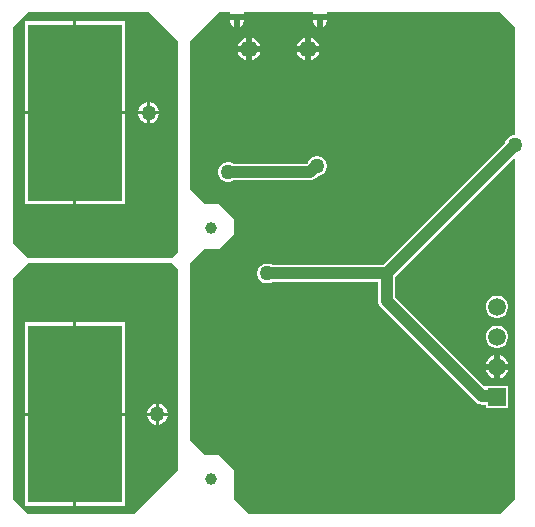
<source format=gbl>
G04*
G04 #@! TF.GenerationSoftware,Altium Limited,Altium Designer,21.0.9 (235)*
G04*
G04 Layer_Physical_Order=2*
G04 Layer_Color=16711680*
%FSLAX25Y25*%
%MOIN*%
G70*
G04*
G04 #@! TF.SameCoordinates,3F70F9B8-B395-4C3D-AA67-83CA4ED45D7C*
G04*
G04*
G04 #@! TF.FilePolarity,Positive*
G04*
G01*
G75*
%ADD25R,0.31496X0.59055*%
%ADD54C,0.03937*%
%ADD59R,0.05906X0.05906*%
%ADD60C,0.05906*%
%ADD61C,0.05709*%
%ADD62C,0.03937*%
%ADD63C,0.05000*%
G36*
X290354Y388779D02*
Y352710D01*
X289920D01*
X289081Y352485D01*
X288328Y352050D01*
X287714Y351436D01*
X287279Y350683D01*
X287133Y350137D01*
X246481Y309485D01*
X209637D01*
X209148Y309768D01*
X208309Y309993D01*
X207440D01*
X206600Y309768D01*
X205848Y309334D01*
X205233Y308719D01*
X204799Y307967D01*
X204574Y307127D01*
Y306259D01*
X204799Y305419D01*
X205233Y304667D01*
X205848Y304052D01*
X206600Y303618D01*
X207440Y303393D01*
X208309D01*
X209148Y303618D01*
X209637Y303901D01*
X244845D01*
Y297638D01*
X244940Y296915D01*
X245219Y296242D01*
X245663Y295663D01*
X277553Y263773D01*
X277553Y263773D01*
X278131Y263330D01*
X278805Y263051D01*
X279528Y262956D01*
X279528Y262956D01*
X280696D01*
Y261838D01*
X288202D01*
Y269343D01*
X280696D01*
Y269236D01*
X280196Y269028D01*
X250430Y298795D01*
Y305536D01*
X289892Y344999D01*
X290354Y344807D01*
Y231299D01*
X285433Y226378D01*
X201772D01*
X196850Y231299D01*
Y241142D01*
X191929Y246063D01*
X187008D01*
X182087Y250984D01*
Y310039D01*
X187008Y314961D01*
X191929D01*
X196850Y319882D01*
Y324803D01*
X191929Y329724D01*
X187008D01*
X182087Y334646D01*
Y383858D01*
X191929Y393701D01*
X195449D01*
X195611Y393504D01*
Y393126D01*
X197835D01*
X200059D01*
Y393504D01*
X200220Y393701D01*
X223008D01*
X223170Y393504D01*
Y393126D01*
X225394D01*
X227618D01*
Y393504D01*
X227779Y393701D01*
X285433D01*
X290354Y388779D01*
D02*
G37*
G36*
X168307Y393701D02*
X178150Y383858D01*
X178150Y313976D01*
X176181Y312008D01*
X127953D01*
X123031Y316929D01*
Y388779D01*
X127953Y393701D01*
X168307Y393701D01*
D02*
G37*
G36*
X178150Y308071D02*
X178150Y241142D01*
X163386Y226378D01*
X127953Y226378D01*
X123031Y231299D01*
Y305118D01*
X127953Y310039D01*
X176181D01*
X178150Y308071D01*
D02*
G37*
%LPC*%
G36*
X224394Y391126D02*
X223170D01*
Y390748D01*
X223339Y389897D01*
X223821Y389176D01*
X224394Y388793D01*
Y391126D01*
D02*
G37*
G36*
X196835Y391126D02*
X195611D01*
Y390748D01*
X195780Y389897D01*
X196262Y389176D01*
X196835Y388793D01*
Y391126D01*
D02*
G37*
G36*
X200059D02*
X198835D01*
Y388793D01*
X199407Y389176D01*
X199889Y389897D01*
X200059Y390748D01*
Y391126D01*
D02*
G37*
G36*
X227618Y391126D02*
X226394D01*
Y388793D01*
X226966Y389176D01*
X227448Y389897D01*
X227618Y390748D01*
Y391126D01*
D02*
G37*
G36*
X222457Y385218D02*
Y382496D01*
X225179D01*
X225048Y382984D01*
X224541Y383863D01*
X223823Y384580D01*
X222944Y385088D01*
X222457Y385218D01*
D02*
G37*
G36*
X220457D02*
X219969Y385088D01*
X219090Y384580D01*
X218372Y383863D01*
X217865Y382984D01*
X217734Y382496D01*
X220457D01*
Y385218D01*
D02*
G37*
G36*
X202772D02*
Y382496D01*
X205494D01*
X205363Y382984D01*
X204856Y383863D01*
X204138Y384580D01*
X203259Y385088D01*
X202772Y385218D01*
D02*
G37*
G36*
X200772D02*
X200284Y385088D01*
X199405Y384580D01*
X198687Y383863D01*
X198180Y382984D01*
X198049Y382496D01*
X200772D01*
Y385218D01*
D02*
G37*
G36*
X225179Y380496D02*
X222457D01*
Y377774D01*
X222944Y377904D01*
X223823Y378412D01*
X224541Y379129D01*
X225048Y380008D01*
X225179Y380496D01*
D02*
G37*
G36*
X220457D02*
X217734D01*
X217865Y380008D01*
X218372Y379129D01*
X219090Y378412D01*
X219969Y377904D01*
X220457Y377774D01*
Y380496D01*
D02*
G37*
G36*
X205494D02*
X202772D01*
Y377774D01*
X203259Y377904D01*
X204138Y378412D01*
X204856Y379129D01*
X205363Y380008D01*
X205494Y380496D01*
D02*
G37*
G36*
X200772D02*
X198049D01*
X198180Y380008D01*
X198687Y379129D01*
X199405Y378412D01*
X200284Y377904D01*
X200772Y377774D01*
Y380496D01*
D02*
G37*
G36*
X224844Y345820D02*
X223975D01*
X223136Y345595D01*
X222383Y345160D01*
X221769Y344546D01*
X221334Y343793D01*
X221293Y343640D01*
X220997Y343344D01*
X196645D01*
X196156Y343626D01*
X195316Y343851D01*
X194447D01*
X193608Y343626D01*
X192856Y343192D01*
X192241Y342577D01*
X191807Y341825D01*
X191582Y340986D01*
Y340117D01*
X191807Y339277D01*
X192241Y338525D01*
X192856Y337911D01*
X193608Y337476D01*
X194447Y337251D01*
X195316D01*
X196156Y337476D01*
X196645Y337759D01*
X222153D01*
X222876Y337854D01*
X223550Y338133D01*
X224128Y338577D01*
X224771Y339220D01*
X224844D01*
X225683Y339445D01*
X226436Y339879D01*
X227050Y340493D01*
X227485Y341246D01*
X227710Y342085D01*
Y342954D01*
X227485Y343793D01*
X227050Y344546D01*
X226436Y345160D01*
X225683Y345595D01*
X224844Y345820D01*
D02*
G37*
G36*
X284943Y299343D02*
X283955D01*
X283000Y299088D01*
X282145Y298593D01*
X281446Y297895D01*
X280952Y297039D01*
X280696Y296085D01*
Y295096D01*
X280952Y294142D01*
X281446Y293286D01*
X282145Y292588D01*
X283000Y292094D01*
X283955Y291838D01*
X284943D01*
X285897Y292094D01*
X286753Y292588D01*
X287452Y293286D01*
X287946Y294142D01*
X288202Y295096D01*
Y296085D01*
X287946Y297039D01*
X287452Y297895D01*
X286753Y298593D01*
X285897Y299088D01*
X284943Y299343D01*
D02*
G37*
G36*
Y289343D02*
X283955D01*
X283000Y289088D01*
X282145Y288594D01*
X281446Y287895D01*
X280952Y287039D01*
X280696Y286085D01*
Y285097D01*
X280952Y284142D01*
X281446Y283286D01*
X282145Y282588D01*
X283000Y282094D01*
X283955Y281838D01*
X284943D01*
X285897Y282094D01*
X286753Y282588D01*
X287452Y283286D01*
X287946Y284142D01*
X288202Y285097D01*
Y286085D01*
X287946Y287039D01*
X287452Y287895D01*
X286753Y288594D01*
X285897Y289088D01*
X284943Y289343D01*
D02*
G37*
G36*
X285449Y279415D02*
Y276591D01*
X288273D01*
X288132Y277116D01*
X287612Y278018D01*
X286876Y278753D01*
X285975Y279274D01*
X285449Y279415D01*
D02*
G37*
G36*
X283449D02*
X282923Y279274D01*
X282022Y278753D01*
X281286Y278018D01*
X280765Y277116D01*
X280625Y276591D01*
X283449D01*
Y279415D01*
D02*
G37*
G36*
X288273Y274591D02*
X285449D01*
Y271766D01*
X285975Y271907D01*
X286876Y272428D01*
X287612Y273164D01*
X288132Y274065D01*
X288273Y274591D01*
D02*
G37*
G36*
X283449D02*
X280625D01*
X280765Y274065D01*
X281286Y273164D01*
X282022Y272428D01*
X282923Y271907D01*
X283449Y271766D01*
Y274591D01*
D02*
G37*
G36*
X168807Y363726D02*
Y360736D01*
X171797D01*
X171569Y361587D01*
X171108Y362385D01*
X170456Y363037D01*
X169658Y363498D01*
X168807Y363726D01*
D02*
G37*
G36*
X167807D02*
X166956Y363498D01*
X166158Y363037D01*
X165506Y362385D01*
X165046Y361587D01*
X164818Y360736D01*
X167807D01*
Y363726D01*
D02*
G37*
G36*
X160449Y390764D02*
X144201D01*
Y360736D01*
X160449D01*
Y390764D01*
D02*
G37*
G36*
X143201D02*
X126953D01*
Y360736D01*
X143201D01*
Y390764D01*
D02*
G37*
G36*
X171797Y359736D02*
X168807D01*
Y356747D01*
X169658Y356975D01*
X170456Y357435D01*
X171108Y358087D01*
X171569Y358885D01*
X171797Y359736D01*
D02*
G37*
G36*
X167807D02*
X164818D01*
X165046Y358885D01*
X165506Y358087D01*
X166158Y357435D01*
X166956Y356975D01*
X167807Y356747D01*
Y359736D01*
D02*
G37*
G36*
X160449D02*
X144201D01*
Y329709D01*
X160449D01*
Y359736D01*
D02*
G37*
G36*
X143201D02*
X126953D01*
Y329709D01*
X143201D01*
Y359736D01*
D02*
G37*
G36*
X171760Y263332D02*
Y260343D01*
X174749D01*
X174521Y261193D01*
X174060Y261992D01*
X173409Y262643D01*
X172611Y263104D01*
X171760Y263332D01*
D02*
G37*
G36*
X170760D02*
X169909Y263104D01*
X169111Y262643D01*
X168459Y261992D01*
X167998Y261193D01*
X167770Y260343D01*
X170760D01*
Y263332D01*
D02*
G37*
G36*
X160449Y290370D02*
X144201D01*
Y260343D01*
X160449D01*
Y290370D01*
D02*
G37*
G36*
X143201D02*
X126953D01*
Y260343D01*
X143201D01*
Y290370D01*
D02*
G37*
G36*
X174749Y259343D02*
X171760D01*
Y256353D01*
X172611Y256581D01*
X173409Y257042D01*
X174060Y257694D01*
X174521Y258492D01*
X174749Y259343D01*
D02*
G37*
G36*
X170760D02*
X167770D01*
X167998Y258492D01*
X168459Y257694D01*
X169111Y257042D01*
X169909Y256581D01*
X170760Y256353D01*
Y259343D01*
D02*
G37*
G36*
X160449D02*
X144201D01*
Y229315D01*
X160449D01*
Y259343D01*
D02*
G37*
G36*
X143201D02*
X126953D01*
Y229315D01*
X143201D01*
Y259343D01*
D02*
G37*
%LPD*%
D25*
X143701Y360236D02*
D03*
Y259842D02*
D03*
D54*
X284291Y265748D02*
X284449Y265591D01*
X279528Y265748D02*
X284291D01*
X247638Y297638D02*
Y306693D01*
Y297638D02*
X279528Y265748D01*
X207874Y306693D02*
X247638D01*
X290354Y349410D01*
X222153Y340551D02*
X224122Y342520D01*
X224410D01*
X194882Y340551D02*
X222153D01*
D59*
X284449Y265591D02*
D03*
D60*
Y275590D02*
D03*
Y285591D02*
D03*
Y295590D02*
D03*
D61*
X201772Y381496D02*
D03*
X221457D02*
D03*
D62*
X188976Y238189D02*
D03*
Y321850D02*
D03*
D63*
X185327Y257874D02*
D03*
X290354Y349410D02*
D03*
X171260Y259842D02*
D03*
X168307Y360236D02*
D03*
X235433Y346063D02*
D03*
X268898Y380315D02*
D03*
X210630Y314961D02*
D03*
X207874Y306693D02*
D03*
X224410Y342520D02*
D03*
X194882Y340551D02*
D03*
M02*

</source>
